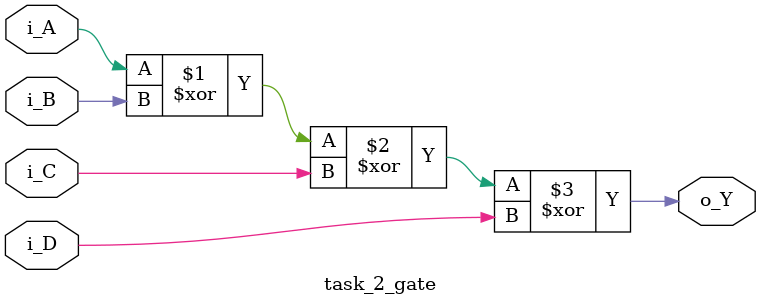
<source format=v>
/*******************************************************************
 *
 * ETF Comment header
 *
 *******************************************************************/

/*******************************************************************
 *
 * Logic table:
 *     ---------------------
 *     | A | B | C | D | Y |
 *     ---------------------
 *     | 0 | 0 | 0 | 0 | 0 |
 *     ---------------------
 *     | 0 | 0 | 0 | 1 | 1 |
 *     ---------------------
 *     | 0 | 0 | 1 | 0 | 1 |
 *     ---------------------
 *     | 0 | 0 | 1 | 1 | 0 |
 *     ---------------------
 *     | 0 | 1 | 0 | 0 | 1 |
 *     ---------------------
 *     | 0 | 1 | 0 | 1 | 0 |
 *     ---------------------
 *     | 0 | 1 | 1 | 0 | 0 |
 *     ---------------------
 *     | 0 | 1 | 1 | 1 | 1 |
 *     ---------------------
 *     | 1 | 0 | 0 | 0 | 1 |
 *     ---------------------
 *     | 1 | 0 | 0 | 1 | 0 |
 *     ---------------------
 *     | 1 | 0 | 1 | 0 | 0 |
 *     ---------------------
 *     | 1 | 0 | 1 | 1 | 1 |
 *     ---------------------
 *     | 1 | 1 | 0 | 0 | 0 |
 *     ---------------------
 *     | 1 | 1 | 0 | 1 | 1 |
 *     ---------------------
 *     | 1 | 1 | 1 | 0 | 1 |
 *     ---------------------
 *     | 1 | 1 | 1 | 1 | 0 |
 *     ---------------------
 *
 *******************************************************************/
module task_2_gate(
    input i_A,
    input i_B,
    input i_C,
    input i_D,
    output o_Y
);
    /** Zadatak 2. Ispod unijeti logicku funkciju koja odgovara datim vrijednostima iz tabele! */
    assign o_Y = (i_A^i_B^i_C^i_D);
endmodule : task_2_gate


</source>
